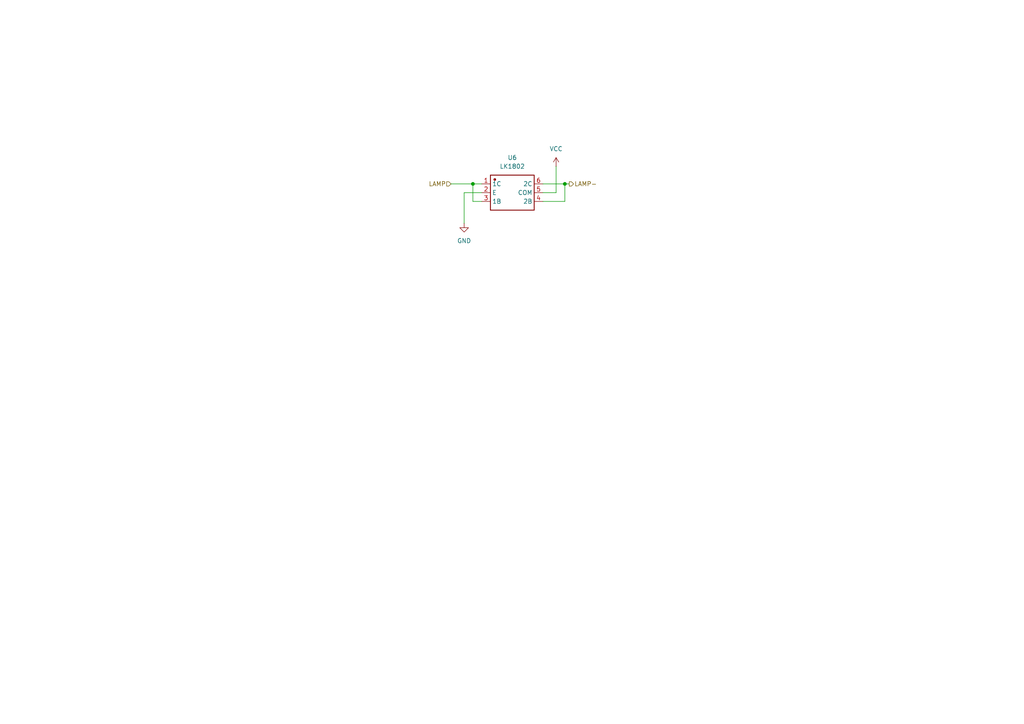
<source format=kicad_sch>
(kicad_sch
	(version 20250114)
	(generator "eeschema")
	(generator_version "9.0")
	(uuid "96f822c1-f4fa-427e-9a82-ac96c4e291f2")
	(paper "A4")
	(lib_symbols
		(symbol "SCHLIB_LK1802_2025-07-18:LK1802"
			(exclude_from_sim no)
			(in_bom yes)
			(on_board yes)
			(property "Reference" "U?"
				(at 0 0 0)
				(effects
					(font
						(size 1.27 1.27)
					)
				)
			)
			(property "Value" "LK1802"
				(at 0 0 0)
				(effects
					(font
						(size 1.27 1.27)
					)
				)
			)
			(property "Footprint" ""
				(at 0 0 0)
				(effects
					(font
						(size 1.27 1.27)
					)
					(hide yes)
				)
			)
			(property "Datasheet" ""
				(at 0 0 0)
				(effects
					(font
						(size 1.27 1.27)
					)
					(hide yes)
				)
			)
			(property "Description" ""
				(at 0 0 0)
				(effects
					(font
						(size 1.27 1.27)
					)
					(hide yes)
				)
			)
			(property "Manufacturer Part" "LK1802"
				(at 0 0 0)
				(effects
					(font
						(size 1.27 1.27)
					)
					(hide yes)
				)
			)
			(property "Manufacturer" "LANKE(兰科)"
				(at 0 0 0)
				(effects
					(font
						(size 1.27 1.27)
					)
					(hide yes)
				)
			)
			(property "Supplier Part" "C2984831"
				(at 0 0 0)
				(effects
					(font
						(size 1.27 1.27)
					)
					(hide yes)
				)
			)
			(property "Supplier" "LCSC"
				(at 0 0 0)
				(effects
					(font
						(size 1.27 1.27)
					)
					(hide yes)
				)
			)
			(symbol "LK1802_0_0"
				(rectangle
					(start -6.35 5.08)
					(end 6.35 -5.08)
					(stroke
						(width 0.254)
						(type solid)
					)
					(fill
						(type none)
					)
				)
				(circle
					(center -5.08 3.81)
					(radius 0.254)
					(stroke
						(width 0.254)
						(type solid)
					)
					(fill
						(type outline)
					)
				)
				(pin unspecified line
					(at -8.89 2.54 0)
					(length 2.54)
					(name "1C"
						(effects
							(font
								(size 1.27 1.27)
							)
						)
					)
					(number "1"
						(effects
							(font
								(size 1.27 1.27)
							)
						)
					)
				)
				(pin unspecified line
					(at -8.89 0 0)
					(length 2.54)
					(name "E"
						(effects
							(font
								(size 1.27 1.27)
							)
						)
					)
					(number "2"
						(effects
							(font
								(size 1.27 1.27)
							)
						)
					)
				)
				(pin unspecified line
					(at -8.89 -2.54 0)
					(length 2.54)
					(name "1B"
						(effects
							(font
								(size 1.27 1.27)
							)
						)
					)
					(number "3"
						(effects
							(font
								(size 1.27 1.27)
							)
						)
					)
				)
				(pin unspecified line
					(at 8.89 2.54 180)
					(length 2.54)
					(name "2C"
						(effects
							(font
								(size 1.27 1.27)
							)
						)
					)
					(number "6"
						(effects
							(font
								(size 1.27 1.27)
							)
						)
					)
				)
				(pin unspecified line
					(at 8.89 0 180)
					(length 2.54)
					(name "COM"
						(effects
							(font
								(size 1.27 1.27)
							)
						)
					)
					(number "5"
						(effects
							(font
								(size 1.27 1.27)
							)
						)
					)
				)
				(pin unspecified line
					(at 8.89 -2.54 180)
					(length 2.54)
					(name "2B"
						(effects
							(font
								(size 1.27 1.27)
							)
						)
					)
					(number "4"
						(effects
							(font
								(size 1.27 1.27)
							)
						)
					)
				)
			)
			(embedded_fonts no)
		)
		(symbol "power:GND"
			(power)
			(pin_numbers
				(hide yes)
			)
			(pin_names
				(offset 0)
				(hide yes)
			)
			(exclude_from_sim no)
			(in_bom yes)
			(on_board yes)
			(property "Reference" "#PWR"
				(at 0 -6.35 0)
				(effects
					(font
						(size 1.27 1.27)
					)
					(hide yes)
				)
			)
			(property "Value" "GND"
				(at 0 -3.81 0)
				(effects
					(font
						(size 1.27 1.27)
					)
				)
			)
			(property "Footprint" ""
				(at 0 0 0)
				(effects
					(font
						(size 1.27 1.27)
					)
					(hide yes)
				)
			)
			(property "Datasheet" ""
				(at 0 0 0)
				(effects
					(font
						(size 1.27 1.27)
					)
					(hide yes)
				)
			)
			(property "Description" "Power symbol creates a global label with name \"GND\" , ground"
				(at 0 0 0)
				(effects
					(font
						(size 1.27 1.27)
					)
					(hide yes)
				)
			)
			(property "ki_keywords" "global power"
				(at 0 0 0)
				(effects
					(font
						(size 1.27 1.27)
					)
					(hide yes)
				)
			)
			(symbol "GND_0_1"
				(polyline
					(pts
						(xy 0 0) (xy 0 -1.27) (xy 1.27 -1.27) (xy 0 -2.54) (xy -1.27 -1.27) (xy 0 -1.27)
					)
					(stroke
						(width 0)
						(type default)
					)
					(fill
						(type none)
					)
				)
			)
			(symbol "GND_1_1"
				(pin power_in line
					(at 0 0 270)
					(length 0)
					(name "~"
						(effects
							(font
								(size 1.27 1.27)
							)
						)
					)
					(number "1"
						(effects
							(font
								(size 1.27 1.27)
							)
						)
					)
				)
			)
			(embedded_fonts no)
		)
		(symbol "power:VCC"
			(power)
			(pin_numbers
				(hide yes)
			)
			(pin_names
				(offset 0)
				(hide yes)
			)
			(exclude_from_sim no)
			(in_bom yes)
			(on_board yes)
			(property "Reference" "#PWR"
				(at 0 -3.81 0)
				(effects
					(font
						(size 1.27 1.27)
					)
					(hide yes)
				)
			)
			(property "Value" "VCC"
				(at 0 3.556 0)
				(effects
					(font
						(size 1.27 1.27)
					)
				)
			)
			(property "Footprint" ""
				(at 0 0 0)
				(effects
					(font
						(size 1.27 1.27)
					)
					(hide yes)
				)
			)
			(property "Datasheet" ""
				(at 0 0 0)
				(effects
					(font
						(size 1.27 1.27)
					)
					(hide yes)
				)
			)
			(property "Description" "Power symbol creates a global label with name \"VCC\""
				(at 0 0 0)
				(effects
					(font
						(size 1.27 1.27)
					)
					(hide yes)
				)
			)
			(property "ki_keywords" "global power"
				(at 0 0 0)
				(effects
					(font
						(size 1.27 1.27)
					)
					(hide yes)
				)
			)
			(symbol "VCC_0_1"
				(polyline
					(pts
						(xy -0.762 1.27) (xy 0 2.54)
					)
					(stroke
						(width 0)
						(type default)
					)
					(fill
						(type none)
					)
				)
				(polyline
					(pts
						(xy 0 2.54) (xy 0.762 1.27)
					)
					(stroke
						(width 0)
						(type default)
					)
					(fill
						(type none)
					)
				)
				(polyline
					(pts
						(xy 0 0) (xy 0 2.54)
					)
					(stroke
						(width 0)
						(type default)
					)
					(fill
						(type none)
					)
				)
			)
			(symbol "VCC_1_1"
				(pin power_in line
					(at 0 0 90)
					(length 0)
					(name "~"
						(effects
							(font
								(size 1.27 1.27)
							)
						)
					)
					(number "1"
						(effects
							(font
								(size 1.27 1.27)
							)
						)
					)
				)
			)
			(embedded_fonts no)
		)
	)
	(junction
		(at 137.16 53.34)
		(diameter 0)
		(color 0 0 0 0)
		(uuid "cb078b12-c996-4f38-91b3-8d3161feca4a")
	)
	(junction
		(at 163.83 53.34)
		(diameter 0)
		(color 0 0 0 0)
		(uuid "fbde2692-dd3b-46a0-b743-86aa48a970ae")
	)
	(wire
		(pts
			(xy 139.7 58.42) (xy 137.16 58.42)
		)
		(stroke
			(width 0)
			(type default)
		)
		(uuid "03b99770-ee42-408f-9d9f-2e5542fb9125")
	)
	(wire
		(pts
			(xy 130.81 53.34) (xy 137.16 53.34)
		)
		(stroke
			(width 0)
			(type default)
		)
		(uuid "0c7d5e31-46ab-490c-b613-22206a266906")
	)
	(wire
		(pts
			(xy 163.83 58.42) (xy 163.83 53.34)
		)
		(stroke
			(width 0)
			(type default)
		)
		(uuid "2d29d138-7bcf-4cb1-8705-567d39b29f92")
	)
	(wire
		(pts
			(xy 137.16 58.42) (xy 137.16 53.34)
		)
		(stroke
			(width 0)
			(type default)
		)
		(uuid "5c50928a-63a3-41ce-8372-e494cc900658")
	)
	(wire
		(pts
			(xy 134.62 55.88) (xy 134.62 64.77)
		)
		(stroke
			(width 0)
			(type default)
		)
		(uuid "a4d61447-d115-455f-8efa-29c8a9ed96aa")
	)
	(wire
		(pts
			(xy 161.29 55.88) (xy 161.29 48.26)
		)
		(stroke
			(width 0)
			(type default)
		)
		(uuid "b9e12907-6308-40ab-9293-35826c59d95a")
	)
	(wire
		(pts
			(xy 157.48 53.34) (xy 163.83 53.34)
		)
		(stroke
			(width 0)
			(type default)
		)
		(uuid "c19efd3b-e4c1-44c5-85e1-c930a14ad898")
	)
	(wire
		(pts
			(xy 157.48 58.42) (xy 163.83 58.42)
		)
		(stroke
			(width 0)
			(type default)
		)
		(uuid "ccb82472-886b-4d81-90ad-69bd06ca2bd3")
	)
	(wire
		(pts
			(xy 139.7 55.88) (xy 134.62 55.88)
		)
		(stroke
			(width 0)
			(type default)
		)
		(uuid "dad8c281-733a-4653-a2c6-b1b17c9e9699")
	)
	(wire
		(pts
			(xy 137.16 53.34) (xy 139.7 53.34)
		)
		(stroke
			(width 0)
			(type default)
		)
		(uuid "ef0a9ae8-76ea-4cbc-b316-09727dab66f3")
	)
	(wire
		(pts
			(xy 163.83 53.34) (xy 165.1 53.34)
		)
		(stroke
			(width 0)
			(type default)
		)
		(uuid "f14f1b17-a098-4776-8328-7827a15743d1")
	)
	(wire
		(pts
			(xy 157.48 55.88) (xy 161.29 55.88)
		)
		(stroke
			(width 0)
			(type default)
		)
		(uuid "f8bde92b-1af4-47bb-84a9-5b30dd78a262")
	)
	(hierarchical_label "LAMP-"
		(shape output)
		(at 165.1 53.34 0)
		(effects
			(font
				(size 1.27 1.27)
			)
			(justify left)
		)
		(uuid "277da28d-42f0-493c-a656-ba648d5122a9")
	)
	(hierarchical_label "LAMP"
		(shape input)
		(at 130.81 53.34 180)
		(effects
			(font
				(size 1.27 1.27)
			)
			(justify right)
		)
		(uuid "6baa8412-c86a-4b07-bad9-68cc3d8e7fbc")
	)
	(symbol
		(lib_id "SCHLIB_LK1802_2025-07-18:LK1802")
		(at 148.59 55.88 0)
		(unit 1)
		(exclude_from_sim no)
		(in_bom yes)
		(on_board yes)
		(dnp no)
		(fields_autoplaced yes)
		(uuid "0a22c9be-cd17-48fe-9791-0f5bb0524088")
		(property "Reference" "U6"
			(at 148.59 45.72 0)
			(effects
				(font
					(size 1.27 1.27)
				)
			)
		)
		(property "Value" "LK1802"
			(at 148.59 48.26 0)
			(effects
				(font
					(size 1.27 1.27)
				)
			)
		)
		(property "Footprint" ""
			(at 148.59 55.88 0)
			(effects
				(font
					(size 1.27 1.27)
				)
				(hide yes)
			)
		)
		(property "Datasheet" ""
			(at 148.59 55.88 0)
			(effects
				(font
					(size 1.27 1.27)
				)
				(hide yes)
			)
		)
		(property "Description" ""
			(at 148.59 55.88 0)
			(effects
				(font
					(size 1.27 1.27)
				)
				(hide yes)
			)
		)
		(property "Manufacturer Part" "LK1802"
			(at 148.59 55.88 0)
			(effects
				(font
					(size 1.27 1.27)
				)
				(hide yes)
			)
		)
		(property "Manufacturer" "LANKE(兰科)"
			(at 148.59 55.88 0)
			(effects
				(font
					(size 1.27 1.27)
				)
				(hide yes)
			)
		)
		(property "Supplier Part" "C2984831"
			(at 148.59 55.88 0)
			(effects
				(font
					(size 1.27 1.27)
				)
				(hide yes)
			)
		)
		(property "Supplier" "LCSC"
			(at 148.59 55.88 0)
			(effects
				(font
					(size 1.27 1.27)
				)
				(hide yes)
			)
		)
		(pin "5"
			(uuid "99a4d6a1-6f82-459c-8ffa-c6d10b488aa9")
		)
		(pin "6"
			(uuid "9ddc91ad-16d8-4903-b835-85974fab6840")
		)
		(pin "2"
			(uuid "5638bbb9-f1d9-4cdc-9205-8103790a0546")
		)
		(pin "1"
			(uuid "70e10546-63fb-44bf-acf0-67bbe47e1491")
		)
		(pin "4"
			(uuid "bb48c0ad-ed6c-4155-a66a-8c08e521575f")
		)
		(pin "3"
			(uuid "66fd968c-9256-4718-ac44-f92f5b9448e2")
		)
		(instances
			(project "micro_portonautomatico"
				(path "/da1145e1-2c07-4dac-8610-a797132a4086/8b49da45-845a-4e7e-a7fe-429c55383e8c/7c51be51-d236-4b5d-862a-5440c80fe6c2"
					(reference "U6")
					(unit 1)
				)
			)
		)
	)
	(symbol
		(lib_id "power:GND")
		(at 134.62 64.77 0)
		(unit 1)
		(exclude_from_sim no)
		(in_bom yes)
		(on_board yes)
		(dnp no)
		(fields_autoplaced yes)
		(uuid "963b52b0-f650-41ba-8b27-d04b44fbe21b")
		(property "Reference" "#PWR048"
			(at 134.62 71.12 0)
			(effects
				(font
					(size 1.27 1.27)
				)
				(hide yes)
			)
		)
		(property "Value" "GND"
			(at 134.62 69.85 0)
			(effects
				(font
					(size 1.27 1.27)
				)
			)
		)
		(property "Footprint" ""
			(at 134.62 64.77 0)
			(effects
				(font
					(size 1.27 1.27)
				)
				(hide yes)
			)
		)
		(property "Datasheet" ""
			(at 134.62 64.77 0)
			(effects
				(font
					(size 1.27 1.27)
				)
				(hide yes)
			)
		)
		(property "Description" "Power symbol creates a global label with name \"GND\" , ground"
			(at 134.62 64.77 0)
			(effects
				(font
					(size 1.27 1.27)
				)
				(hide yes)
			)
		)
		(pin "1"
			(uuid "17aa2858-0500-495e-b7f1-89446b33ca87")
		)
		(instances
			(project "micro_portonautomatico"
				(path "/da1145e1-2c07-4dac-8610-a797132a4086/8b49da45-845a-4e7e-a7fe-429c55383e8c/7c51be51-d236-4b5d-862a-5440c80fe6c2"
					(reference "#PWR048")
					(unit 1)
				)
			)
		)
	)
	(symbol
		(lib_id "power:VCC")
		(at 161.29 48.26 0)
		(unit 1)
		(exclude_from_sim no)
		(in_bom yes)
		(on_board yes)
		(dnp no)
		(fields_autoplaced yes)
		(uuid "f4adca10-8f80-4c50-91a6-2b9ab2e6b3b0")
		(property "Reference" "#PWR050"
			(at 161.29 52.07 0)
			(effects
				(font
					(size 1.27 1.27)
				)
				(hide yes)
			)
		)
		(property "Value" "VCC"
			(at 161.29 43.18 0)
			(effects
				(font
					(size 1.27 1.27)
				)
			)
		)
		(property "Footprint" ""
			(at 161.29 48.26 0)
			(effects
				(font
					(size 1.27 1.27)
				)
				(hide yes)
			)
		)
		(property "Datasheet" ""
			(at 161.29 48.26 0)
			(effects
				(font
					(size 1.27 1.27)
				)
				(hide yes)
			)
		)
		(property "Description" "Power symbol creates a global label with name \"VCC\""
			(at 161.29 48.26 0)
			(effects
				(font
					(size 1.27 1.27)
				)
				(hide yes)
			)
		)
		(pin "1"
			(uuid "9c1eb89f-f9f4-4625-a22b-dbded5dc6f31")
		)
		(instances
			(project "micro_portonautomatico"
				(path "/da1145e1-2c07-4dac-8610-a797132a4086/8b49da45-845a-4e7e-a7fe-429c55383e8c/7c51be51-d236-4b5d-862a-5440c80fe6c2"
					(reference "#PWR050")
					(unit 1)
				)
			)
		)
	)
)

</source>
